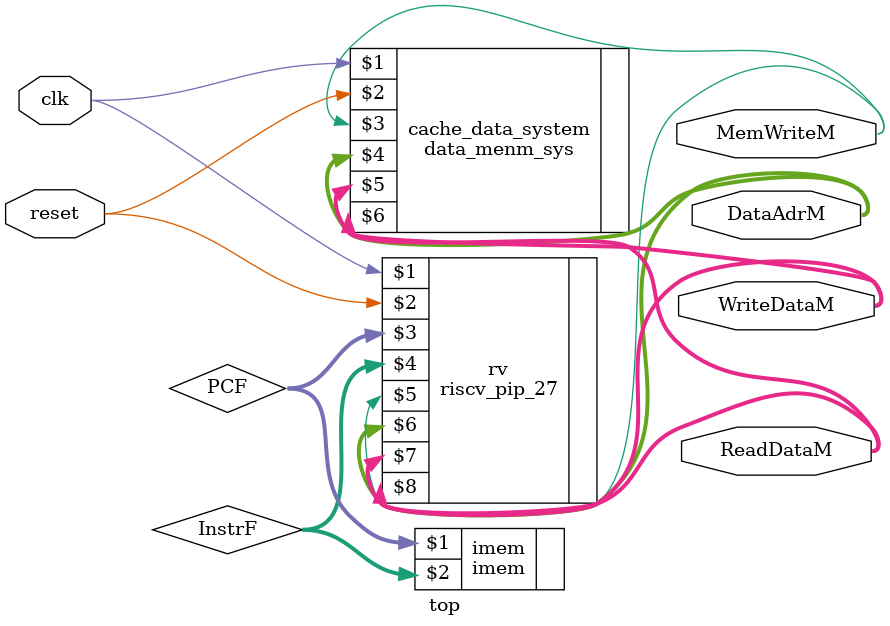
<source format=v>
module top (input wire 			clk, reset, 
			output wire [31:0] 	WriteDataM,  DataAdrM, ReadDataM,
			output wire 			MemWriteM);
				
	wire [31:0] PCF, InstrF;
	
// instantiate processor and memories
	riscv_pip_27 rv( clk, reset, PCF, InstrF, MemWriteM, DataAdrM, WriteDataM, ReadDataM);
	imem imem(PCF, InstrF);
	data_menm_sys cache_data_system(clk, reset, MemWriteM, DataAdrM, WriteDataM, ReadDataM);

endmodule
</source>
